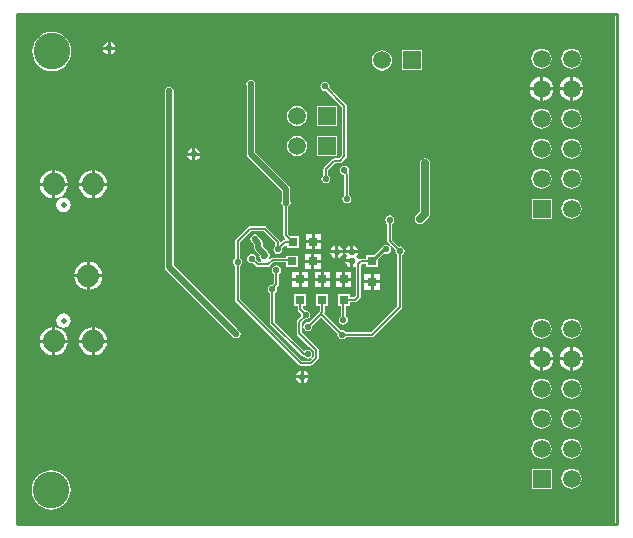
<source format=gbl>
G04*
G04 #@! TF.GenerationSoftware,Altium Limited,Altium Designer,20.2.5 (213)*
G04*
G04 Layer_Physical_Order=2*
G04 Layer_Color=16711680*
%FSLAX42Y42*%
%MOMM*%
G71*
G04*
G04 #@! TF.SameCoordinates,99264967-5F5F-486C-9E42-840607406226*
G04*
G04*
G04 #@! TF.FilePolarity,Positive*
G04*
G01*
G75*
%ADD11C,0.25*%
%ADD18R,0.80X0.80*%
%ADD24R,0.80X0.80*%
%ADD46C,0.51*%
%ADD47C,0.64*%
%ADD48C,0.20*%
%ADD49C,1.50*%
%ADD50R,1.50X1.50*%
%ADD51C,3.10*%
%ADD52C,1.88*%
%ADD53C,0.50*%
%ADD54C,0.56*%
G36*
X8369Y3317D02*
X8362Y3310D01*
X3319D01*
X3310Y3319D01*
X3315Y7603D01*
X3320Y7605D01*
X8369D01*
Y3317D01*
D02*
G37*
%LPC*%
G36*
X4100Y7380D02*
Y7341D01*
X4139D01*
X4137Y7349D01*
X4125Y7366D01*
X4108Y7378D01*
X4100Y7380D01*
D02*
G37*
G36*
X4074D02*
X4066Y7378D01*
X4048Y7366D01*
X4037Y7349D01*
X4035Y7341D01*
X4074D01*
Y7380D01*
D02*
G37*
G36*
X4139Y7315D02*
X4100D01*
Y7276D01*
X4108Y7278D01*
X4125Y7289D01*
X4137Y7307D01*
X4139Y7315D01*
D02*
G37*
G36*
X4074D02*
X4035D01*
X4037Y7307D01*
X4048Y7289D01*
X4066Y7278D01*
X4074Y7276D01*
Y7315D01*
D02*
G37*
G36*
X8001Y7325D02*
X7979Y7322D01*
X7958Y7313D01*
X7940Y7300D01*
X7927Y7282D01*
X7918Y7261D01*
X7915Y7239D01*
X7918Y7217D01*
X7927Y7196D01*
X7940Y7178D01*
X7958Y7165D01*
X7979Y7156D01*
X8001Y7153D01*
X8023Y7156D01*
X8044Y7165D01*
X8062Y7178D01*
X8075Y7196D01*
X8084Y7217D01*
X8087Y7239D01*
X8084Y7261D01*
X8075Y7282D01*
X8062Y7300D01*
X8044Y7313D01*
X8023Y7322D01*
X8001Y7325D01*
D02*
G37*
G36*
X7747D02*
X7725Y7322D01*
X7704Y7313D01*
X7686Y7300D01*
X7673Y7282D01*
X7664Y7261D01*
X7661Y7239D01*
X7664Y7217D01*
X7673Y7196D01*
X7686Y7178D01*
X7704Y7165D01*
X7725Y7156D01*
X7747Y7153D01*
X7769Y7156D01*
X7790Y7165D01*
X7808Y7178D01*
X7821Y7196D01*
X7830Y7217D01*
X7833Y7239D01*
X7830Y7261D01*
X7821Y7282D01*
X7808Y7300D01*
X7790Y7313D01*
X7769Y7322D01*
X7747Y7325D01*
D02*
G37*
G36*
X6735Y7310D02*
X6565D01*
Y7140D01*
X6735D01*
Y7310D01*
D02*
G37*
G36*
X6396Y7311D02*
X6374Y7308D01*
X6353Y7299D01*
X6335Y7286D01*
X6322Y7268D01*
X6313Y7247D01*
X6310Y7225D01*
X6313Y7203D01*
X6322Y7182D01*
X6335Y7164D01*
X6353Y7151D01*
X6374Y7142D01*
X6396Y7139D01*
X6418Y7142D01*
X6439Y7151D01*
X6457Y7164D01*
X6470Y7182D01*
X6479Y7203D01*
X6482Y7225D01*
X6479Y7247D01*
X6470Y7268D01*
X6457Y7286D01*
X6439Y7299D01*
X6418Y7308D01*
X6396Y7311D01*
D02*
G37*
G36*
X3600Y7466D02*
X3568Y7463D01*
X3536Y7453D01*
X3508Y7438D01*
X3483Y7417D01*
X3462Y7392D01*
X3447Y7364D01*
X3437Y7332D01*
X3434Y7300D01*
X3437Y7268D01*
X3447Y7236D01*
X3462Y7208D01*
X3483Y7183D01*
X3508Y7162D01*
X3536Y7147D01*
X3568Y7137D01*
X3600Y7134D01*
X3632Y7137D01*
X3664Y7147D01*
X3692Y7162D01*
X3717Y7183D01*
X3738Y7208D01*
X3753Y7236D01*
X3763Y7268D01*
X3766Y7300D01*
X3763Y7332D01*
X3753Y7364D01*
X3738Y7392D01*
X3717Y7417D01*
X3692Y7438D01*
X3664Y7453D01*
X3632Y7463D01*
X3600Y7466D01*
D02*
G37*
G36*
X8014Y7085D02*
Y6998D01*
X8101D01*
X8099Y7011D01*
X8089Y7036D01*
X8073Y7057D01*
X8052Y7073D01*
X8027Y7083D01*
X8014Y7085D01*
D02*
G37*
G36*
X7760D02*
Y6998D01*
X7847D01*
X7845Y7011D01*
X7835Y7036D01*
X7819Y7057D01*
X7798Y7073D01*
X7773Y7083D01*
X7760Y7085D01*
D02*
G37*
G36*
X7734D02*
X7721Y7083D01*
X7696Y7073D01*
X7675Y7057D01*
X7659Y7036D01*
X7649Y7011D01*
X7647Y6998D01*
X7734D01*
Y7085D01*
D02*
G37*
G36*
X7988D02*
X7975Y7083D01*
X7950Y7073D01*
X7929Y7057D01*
X7913Y7036D01*
X7903Y7011D01*
X7901Y6998D01*
X7988D01*
Y7085D01*
D02*
G37*
G36*
X8101Y6972D02*
X8014D01*
Y6885D01*
X8027Y6887D01*
X8052Y6897D01*
X8073Y6913D01*
X8089Y6934D01*
X8099Y6959D01*
X8101Y6972D01*
D02*
G37*
G36*
X7847D02*
X7760D01*
Y6885D01*
X7773Y6887D01*
X7798Y6897D01*
X7819Y6913D01*
X7835Y6934D01*
X7845Y6959D01*
X7847Y6972D01*
D02*
G37*
G36*
X7734D02*
X7647D01*
X7649Y6959D01*
X7659Y6934D01*
X7675Y6913D01*
X7696Y6897D01*
X7721Y6887D01*
X7734Y6885D01*
Y6972D01*
D02*
G37*
G36*
X7988D02*
X7901D01*
X7903Y6959D01*
X7913Y6934D01*
X7929Y6913D01*
X7950Y6897D01*
X7975Y6887D01*
X7988Y6885D01*
Y6972D01*
D02*
G37*
G36*
X6017Y6841D02*
X5847D01*
Y6671D01*
X6017D01*
Y6841D01*
D02*
G37*
G36*
X5678Y6842D02*
X5655Y6839D01*
X5635Y6831D01*
X5617Y6817D01*
X5603Y6799D01*
X5595Y6779D01*
X5592Y6756D01*
X5595Y6734D01*
X5603Y6713D01*
X5617Y6696D01*
X5635Y6682D01*
X5655Y6673D01*
X5678Y6670D01*
X5700Y6673D01*
X5721Y6682D01*
X5738Y6696D01*
X5752Y6713D01*
X5761Y6734D01*
X5764Y6756D01*
X5761Y6779D01*
X5752Y6799D01*
X5738Y6817D01*
X5721Y6831D01*
X5700Y6839D01*
X5678Y6842D01*
D02*
G37*
G36*
X8001Y6817D02*
X7979Y6814D01*
X7958Y6805D01*
X7940Y6792D01*
X7927Y6774D01*
X7918Y6753D01*
X7915Y6731D01*
X7918Y6709D01*
X7927Y6688D01*
X7940Y6670D01*
X7958Y6657D01*
X7979Y6648D01*
X8001Y6645D01*
X8023Y6648D01*
X8044Y6657D01*
X8062Y6670D01*
X8075Y6688D01*
X8084Y6709D01*
X8087Y6731D01*
X8084Y6753D01*
X8075Y6774D01*
X8062Y6792D01*
X8044Y6805D01*
X8023Y6814D01*
X8001Y6817D01*
D02*
G37*
G36*
X7747D02*
X7725Y6814D01*
X7704Y6805D01*
X7686Y6792D01*
X7673Y6774D01*
X7664Y6753D01*
X7661Y6731D01*
X7664Y6709D01*
X7673Y6688D01*
X7686Y6670D01*
X7704Y6657D01*
X7725Y6648D01*
X7747Y6645D01*
X7769Y6648D01*
X7790Y6657D01*
X7808Y6670D01*
X7821Y6688D01*
X7830Y6709D01*
X7833Y6731D01*
X7830Y6753D01*
X7821Y6774D01*
X7808Y6792D01*
X7790Y6805D01*
X7769Y6814D01*
X7747Y6817D01*
D02*
G37*
G36*
X4813Y6483D02*
Y6444D01*
X4852D01*
X4851Y6452D01*
X4839Y6470D01*
X4821Y6482D01*
X4813Y6483D01*
D02*
G37*
G36*
X4788D02*
X4780Y6482D01*
X4762Y6470D01*
X4750Y6452D01*
X4749Y6444D01*
X4788D01*
Y6483D01*
D02*
G37*
G36*
X6017Y6587D02*
X5847D01*
Y6417D01*
X6017D01*
Y6587D01*
D02*
G37*
G36*
X5678Y6588D02*
X5655Y6585D01*
X5635Y6577D01*
X5617Y6563D01*
X5603Y6545D01*
X5595Y6525D01*
X5592Y6502D01*
X5595Y6480D01*
X5603Y6459D01*
X5617Y6442D01*
X5635Y6428D01*
X5655Y6419D01*
X5678Y6416D01*
X5700Y6419D01*
X5721Y6428D01*
X5738Y6442D01*
X5752Y6459D01*
X5761Y6480D01*
X5764Y6502D01*
X5761Y6525D01*
X5752Y6545D01*
X5738Y6563D01*
X5721Y6577D01*
X5700Y6585D01*
X5678Y6588D01*
D02*
G37*
G36*
X5913Y7044D02*
X5898Y7041D01*
X5886Y7033D01*
X5877Y7020D01*
X5874Y7005D01*
X5877Y6990D01*
X5886Y6978D01*
X5898Y6969D01*
X5913Y6966D01*
X5921Y6968D01*
X6058Y6832D01*
Y6422D01*
X6029Y6394D01*
X5989D01*
X5989Y6394D01*
X5981Y6392D01*
X5975Y6388D01*
X5975Y6388D01*
X5906Y6319D01*
X5902Y6312D01*
X5900Y6304D01*
X5900Y6304D01*
Y6255D01*
X5893Y6250D01*
X5885Y6238D01*
X5882Y6223D01*
X5885Y6208D01*
X5893Y6196D01*
X5906Y6187D01*
X5921Y6184D01*
X5936Y6187D01*
X5948Y6196D01*
X5957Y6208D01*
X5960Y6223D01*
X5957Y6238D01*
X5948Y6250D01*
X5941Y6255D01*
Y6296D01*
X5998Y6352D01*
X6038D01*
X6038Y6352D01*
X6046Y6354D01*
X6052Y6358D01*
X6093Y6399D01*
X6093Y6399D01*
X6097Y6406D01*
X6099Y6414D01*
Y6840D01*
X6099Y6840D01*
X6097Y6848D01*
X6093Y6855D01*
X6093Y6855D01*
X5950Y6997D01*
X5952Y7005D01*
X5949Y7020D01*
X5941Y7033D01*
X5928Y7041D01*
X5913Y7044D01*
D02*
G37*
G36*
X8001Y6563D02*
X7979Y6560D01*
X7958Y6551D01*
X7940Y6538D01*
X7927Y6520D01*
X7918Y6499D01*
X7915Y6477D01*
X7918Y6455D01*
X7927Y6434D01*
X7940Y6416D01*
X7958Y6403D01*
X7979Y6394D01*
X8001Y6391D01*
X8023Y6394D01*
X8044Y6403D01*
X8062Y6416D01*
X8075Y6434D01*
X8084Y6455D01*
X8087Y6477D01*
X8084Y6499D01*
X8075Y6520D01*
X8062Y6538D01*
X8044Y6551D01*
X8023Y6560D01*
X8001Y6563D01*
D02*
G37*
G36*
X7747D02*
X7725Y6560D01*
X7704Y6551D01*
X7686Y6538D01*
X7673Y6520D01*
X7664Y6499D01*
X7661Y6477D01*
X7664Y6455D01*
X7673Y6434D01*
X7686Y6416D01*
X7704Y6403D01*
X7725Y6394D01*
X7747Y6391D01*
X7769Y6394D01*
X7790Y6403D01*
X7808Y6416D01*
X7821Y6434D01*
X7830Y6455D01*
X7833Y6477D01*
X7830Y6499D01*
X7821Y6520D01*
X7808Y6538D01*
X7790Y6551D01*
X7769Y6560D01*
X7747Y6563D01*
D02*
G37*
G36*
X4852Y6419D02*
X4813D01*
Y6379D01*
X4821Y6381D01*
X4839Y6393D01*
X4851Y6410D01*
X4852Y6419D01*
D02*
G37*
G36*
X4788D02*
X4749D01*
X4750Y6410D01*
X4762Y6393D01*
X4780Y6381D01*
X4788Y6379D01*
Y6419D01*
D02*
G37*
G36*
X3963Y6295D02*
Y6189D01*
X4069D01*
X4067Y6207D01*
X4055Y6236D01*
X4035Y6261D01*
X4011Y6280D01*
X3982Y6292D01*
X3963Y6295D01*
D02*
G37*
G36*
X3628D02*
Y6189D01*
X3734D01*
X3732Y6207D01*
X3720Y6236D01*
X3700Y6261D01*
X3676Y6280D01*
X3647Y6292D01*
X3628Y6295D01*
D02*
G37*
G36*
X3938D02*
X3919Y6292D01*
X3890Y6280D01*
X3866Y6261D01*
X3846Y6236D01*
X3834Y6207D01*
X3832Y6189D01*
X3938D01*
Y6295D01*
D02*
G37*
G36*
X3603D02*
X3584Y6292D01*
X3555Y6280D01*
X3531Y6261D01*
X3511Y6236D01*
X3499Y6207D01*
X3497Y6189D01*
X3603D01*
Y6295D01*
D02*
G37*
G36*
X8001Y6309D02*
X7979Y6306D01*
X7958Y6297D01*
X7940Y6284D01*
X7927Y6266D01*
X7918Y6245D01*
X7915Y6223D01*
X7918Y6201D01*
X7927Y6180D01*
X7940Y6162D01*
X7958Y6149D01*
X7979Y6140D01*
X8001Y6137D01*
X8023Y6140D01*
X8044Y6149D01*
X8062Y6162D01*
X8075Y6180D01*
X8084Y6201D01*
X8087Y6223D01*
X8084Y6245D01*
X8075Y6266D01*
X8062Y6284D01*
X8044Y6297D01*
X8023Y6306D01*
X8001Y6309D01*
D02*
G37*
G36*
X7747D02*
X7725Y6306D01*
X7704Y6297D01*
X7686Y6284D01*
X7673Y6266D01*
X7664Y6245D01*
X7661Y6223D01*
X7664Y6201D01*
X7673Y6180D01*
X7686Y6162D01*
X7704Y6149D01*
X7725Y6140D01*
X7747Y6137D01*
X7769Y6140D01*
X7790Y6149D01*
X7808Y6162D01*
X7821Y6180D01*
X7830Y6201D01*
X7833Y6223D01*
X7830Y6245D01*
X7821Y6266D01*
X7808Y6284D01*
X7790Y6297D01*
X7769Y6306D01*
X7747Y6309D01*
D02*
G37*
G36*
X4069Y6163D02*
X3963D01*
Y6057D01*
X3982Y6060D01*
X4011Y6072D01*
X4035Y6091D01*
X4055Y6116D01*
X4067Y6145D01*
X4069Y6163D01*
D02*
G37*
G36*
X3734D02*
X3628D01*
Y6057D01*
X3647Y6060D01*
X3676Y6072D01*
X3700Y6091D01*
X3720Y6116D01*
X3732Y6145D01*
X3734Y6163D01*
D02*
G37*
G36*
X3603D02*
X3497D01*
X3499Y6145D01*
X3511Y6116D01*
X3531Y6091D01*
X3555Y6072D01*
X3584Y6060D01*
X3603Y6057D01*
Y6163D01*
D02*
G37*
G36*
X3938D02*
X3832D01*
X3834Y6145D01*
X3846Y6116D01*
X3866Y6091D01*
X3890Y6072D01*
X3919Y6060D01*
X3938Y6057D01*
Y6163D01*
D02*
G37*
G36*
X6078Y6333D02*
X6063Y6330D01*
X6051Y6322D01*
X6042Y6309D01*
X6039Y6294D01*
X6042Y6279D01*
X6051Y6267D01*
X6063Y6258D01*
X6075Y6256D01*
X6078Y6253D01*
Y6085D01*
X6071Y6080D01*
X6063Y6068D01*
X6060Y6053D01*
X6063Y6038D01*
X6071Y6025D01*
X6084Y6017D01*
X6099Y6014D01*
X6113Y6017D01*
X6126Y6025D01*
X6134Y6038D01*
X6137Y6053D01*
X6134Y6068D01*
X6126Y6080D01*
X6119Y6085D01*
Y6261D01*
X6119Y6261D01*
X6118Y6269D01*
X6113Y6276D01*
X6112Y6277D01*
X6114Y6279D01*
X6117Y6294D01*
X6114Y6309D01*
X6106Y6322D01*
X6093Y6330D01*
X6078Y6333D01*
D02*
G37*
G36*
X3701Y6062D02*
X3677Y6058D01*
X3657Y6044D01*
X3644Y6024D01*
X3639Y6001D01*
X3644Y5978D01*
X3657Y5958D01*
X3677Y5944D01*
X3701Y5940D01*
X3724Y5944D01*
X3744Y5958D01*
X3757Y5978D01*
X3762Y6001D01*
X3757Y6024D01*
X3744Y6044D01*
X3724Y6058D01*
X3701Y6062D01*
D02*
G37*
G36*
X7832Y6054D02*
X7662D01*
Y5884D01*
X7832D01*
Y6054D01*
D02*
G37*
G36*
X8001Y6055D02*
X7979Y6052D01*
X7958Y6043D01*
X7940Y6030D01*
X7927Y6012D01*
X7918Y5991D01*
X7915Y5969D01*
X7918Y5947D01*
X7927Y5926D01*
X7940Y5908D01*
X7958Y5895D01*
X7979Y5886D01*
X8001Y5883D01*
X8023Y5886D01*
X8044Y5895D01*
X8062Y5908D01*
X8075Y5926D01*
X8084Y5947D01*
X8087Y5969D01*
X8084Y5991D01*
X8075Y6012D01*
X8062Y6030D01*
X8044Y6043D01*
X8023Y6052D01*
X8001Y6055D01*
D02*
G37*
G36*
X6761Y6395D02*
X6745Y6392D01*
X6731Y6383D01*
X6722Y6369D01*
X6719Y6353D01*
Y5946D01*
X6686Y5913D01*
X6676Y5899D01*
X6673Y5883D01*
Y5879D01*
X6676Y5862D01*
X6686Y5849D01*
X6699Y5839D01*
X6716Y5836D01*
X6732Y5839D01*
X6746Y5849D01*
X6754Y5860D01*
X6792Y5898D01*
X6792Y5898D01*
X6801Y5912D01*
X6804Y5928D01*
Y6353D01*
X6801Y6369D01*
X6792Y6383D01*
X6778Y6392D01*
X6761Y6395D01*
D02*
G37*
G36*
X5881Y5755D02*
X5828D01*
Y5702D01*
X5881D01*
Y5755D01*
D02*
G37*
G36*
X5802D02*
X5750D01*
Y5702D01*
X5802D01*
Y5755D01*
D02*
G37*
G36*
X5286Y7062D02*
X5271Y7059D01*
X5258Y7051D01*
X5250Y7038D01*
X5247Y7023D01*
X5249Y7010D01*
Y6431D01*
X5249Y6431D01*
X5252Y6417D01*
X5260Y6406D01*
X5547Y6119D01*
Y6033D01*
X5544Y6020D01*
X5547Y6005D01*
X5555Y5992D01*
X5562Y5988D01*
Y5747D01*
X5562Y5747D01*
X5564Y5739D01*
X5568Y5732D01*
X5578Y5723D01*
X5578Y5722D01*
X5573Y5709D01*
X5571Y5709D01*
X5564Y5704D01*
X5564Y5704D01*
X5545Y5686D01*
X5542Y5687D01*
X5534Y5692D01*
X5533Y5698D01*
X5528Y5705D01*
X5417Y5816D01*
X5411Y5821D01*
X5403Y5822D01*
X5403Y5822D01*
X5281D01*
X5281Y5822D01*
X5273Y5821D01*
X5266Y5816D01*
X5266Y5816D01*
X5159Y5709D01*
X5155Y5703D01*
X5153Y5695D01*
X5153Y5695D01*
Y5551D01*
X5147Y5547D01*
X5138Y5534D01*
X5135Y5519D01*
X5138Y5505D01*
X5147Y5492D01*
X5153Y5487D01*
Y5194D01*
X5153Y5194D01*
X5155Y5186D01*
X5159Y5180D01*
X5693Y4646D01*
X5693Y4646D01*
X5699Y4642D01*
X5707Y4640D01*
X5791D01*
X5791Y4640D01*
X5799Y4642D01*
X5806Y4646D01*
X5854Y4695D01*
X5854Y4695D01*
X5859Y4701D01*
X5860Y4709D01*
X5860Y4709D01*
Y4770D01*
X5859Y4778D01*
X5854Y4785D01*
X5854Y4785D01*
X5811Y4828D01*
X5811Y4828D01*
X5715Y4923D01*
Y5000D01*
X5747Y5032D01*
X5749Y5032D01*
X5764Y5035D01*
X5776Y5043D01*
X5785Y5056D01*
X5788Y5071D01*
X5785Y5086D01*
X5776Y5098D01*
X5764Y5107D01*
X5749Y5110D01*
X5741Y5108D01*
X5723Y5126D01*
Y5146D01*
X5752D01*
Y5246D01*
X5652D01*
Y5146D01*
X5682D01*
Y5118D01*
X5682Y5118D01*
X5683Y5110D01*
X5688Y5103D01*
X5712Y5079D01*
X5710Y5071D01*
X5713Y5057D01*
X5680Y5024D01*
X5676Y5017D01*
X5674Y5009D01*
X5674Y5009D01*
Y4915D01*
X5674Y4915D01*
X5676Y4907D01*
X5680Y4900D01*
X5782Y4799D01*
X5782Y4799D01*
X5819Y4762D01*
Y4718D01*
X5804Y4703D01*
X5794Y4711D01*
X5802Y4722D01*
X5805Y4737D01*
X5802Y4752D01*
X5793Y4765D01*
X5781Y4773D01*
X5766Y4776D01*
X5751Y4773D01*
X5738Y4765D01*
X5735Y4764D01*
X5489Y5011D01*
Y5256D01*
X5495Y5261D01*
X5504Y5273D01*
X5507Y5288D01*
X5504Y5303D01*
X5503Y5304D01*
X5516Y5317D01*
X5516Y5317D01*
X5521Y5324D01*
X5522Y5332D01*
Y5419D01*
X5529Y5423D01*
X5538Y5436D01*
X5540Y5451D01*
X5538Y5466D01*
X5529Y5478D01*
X5517Y5487D01*
X5502Y5490D01*
X5487Y5487D01*
X5474Y5478D01*
X5466Y5466D01*
X5463Y5451D01*
X5466Y5436D01*
X5474Y5423D01*
X5481Y5419D01*
Y5340D01*
X5468Y5327D01*
X5453Y5324D01*
X5440Y5316D01*
X5432Y5303D01*
X5429Y5288D01*
X5432Y5273D01*
X5440Y5261D01*
X5447Y5256D01*
Y5002D01*
X5447Y5002D01*
X5449Y4994D01*
X5453Y4987D01*
X5718Y4722D01*
X5718Y4722D01*
X5725Y4718D01*
X5733Y4716D01*
X5733Y4716D01*
X5734D01*
X5738Y4710D01*
X5751Y4701D01*
X5766Y4698D01*
X5781Y4701D01*
X5791Y4708D01*
X5800Y4699D01*
X5783Y4682D01*
X5716D01*
X5195Y5203D01*
Y5487D01*
X5201Y5492D01*
X5210Y5505D01*
X5213Y5519D01*
X5210Y5534D01*
X5201Y5547D01*
X5195Y5551D01*
Y5686D01*
X5289Y5781D01*
X5394D01*
X5493Y5682D01*
Y5656D01*
X5486Y5652D01*
X5478Y5639D01*
X5475Y5624D01*
X5478Y5610D01*
X5486Y5597D01*
X5499Y5589D01*
X5513Y5586D01*
X5528Y5589D01*
X5541Y5597D01*
X5549Y5610D01*
X5552Y5624D01*
X5551Y5632D01*
X5577Y5659D01*
X5590Y5654D01*
Y5639D01*
X5690D01*
Y5740D01*
X5619D01*
X5604Y5755D01*
Y5988D01*
X5610Y5992D01*
X5619Y6005D01*
X5622Y6020D01*
X5619Y6033D01*
Y6134D01*
X5619Y6134D01*
X5616Y6148D01*
X5609Y6160D01*
X5609Y6160D01*
X5322Y6446D01*
Y7010D01*
X5325Y7023D01*
X5322Y7038D01*
X5313Y7051D01*
X5301Y7059D01*
X5286Y7062D01*
D02*
G37*
G36*
X6462Y5914D02*
X6447Y5911D01*
X6434Y5902D01*
X6426Y5890D01*
X6423Y5875D01*
X6426Y5860D01*
X6434Y5848D01*
X6441Y5843D01*
Y5697D01*
X6441Y5697D01*
X6443Y5689D01*
X6447Y5683D01*
X6468Y5662D01*
X6459Y5652D01*
X6449Y5659D01*
X6434Y5662D01*
X6419Y5659D01*
X6406Y5651D01*
X6399Y5640D01*
X6396Y5639D01*
X6389Y5634D01*
X6329Y5575D01*
X6262D01*
Y5545D01*
X6218D01*
X6210Y5544D01*
X6203Y5539D01*
X6201Y5539D01*
X6191Y5542D01*
X6189Y5548D01*
X6178Y5565D01*
X6189Y5582D01*
X6191Y5591D01*
X6087D01*
X6089Y5582D01*
X6100Y5565D01*
X6089Y5548D01*
X6087Y5540D01*
X6139D01*
Y5527D01*
X6152D01*
Y5475D01*
X6160Y5477D01*
X6163Y5479D01*
X6174Y5473D01*
Y5233D01*
X6161Y5220D01*
X6121D01*
Y5246D01*
X6020D01*
Y5146D01*
X6047D01*
Y5057D01*
X6040Y5052D01*
X6032Y5040D01*
X6029Y5025D01*
X6032Y5010D01*
X6040Y4997D01*
X6053Y4989D01*
X6068Y4986D01*
X6083Y4989D01*
X6095Y4997D01*
X6104Y5010D01*
X6107Y5025D01*
X6104Y5040D01*
X6095Y5052D01*
X6088Y5057D01*
Y5146D01*
X6121D01*
Y5179D01*
X6170D01*
X6170Y5179D01*
X6178Y5180D01*
X6184Y5185D01*
X6210Y5210D01*
X6210Y5210D01*
X6214Y5217D01*
X6216Y5225D01*
Y5493D01*
X6227Y5504D01*
X6262D01*
Y5474D01*
X6362D01*
Y5542D01*
X6412Y5592D01*
X6419Y5588D01*
X6434Y5585D01*
X6449Y5588D01*
X6461Y5596D01*
X6470Y5609D01*
X6473Y5624D01*
X6470Y5638D01*
X6462Y5649D01*
X6472Y5657D01*
X6511Y5619D01*
X6509Y5611D01*
X6512Y5596D01*
X6521Y5583D01*
X6527Y5579D01*
Y5147D01*
X6303Y4923D01*
X6090D01*
X6085Y4930D01*
X6073Y4938D01*
X6058Y4941D01*
X6050Y4939D01*
X5907Y5082D01*
X5909Y5085D01*
X5911Y5093D01*
X5911Y5093D01*
Y5146D01*
X5940D01*
Y5246D01*
X5840D01*
Y5146D01*
X5869D01*
Y5101D01*
X5855Y5087D01*
X5855Y5087D01*
X5776Y5008D01*
X5768Y5010D01*
X5753Y5007D01*
X5741Y4998D01*
X5732Y4986D01*
X5729Y4971D01*
X5732Y4956D01*
X5741Y4943D01*
X5753Y4935D01*
X5768Y4932D01*
X5783Y4935D01*
X5796Y4943D01*
X5804Y4956D01*
X5807Y4971D01*
X5806Y4979D01*
X5870Y5043D01*
X5888D01*
X6021Y4910D01*
X6019Y4902D01*
X6022Y4887D01*
X6030Y4875D01*
X6043Y4866D01*
X6058Y4863D01*
X6073Y4866D01*
X6085Y4875D01*
X6090Y4881D01*
X6312D01*
X6312Y4881D01*
X6320Y4883D01*
X6327Y4888D01*
X6563Y5124D01*
X6563Y5124D01*
X6567Y5130D01*
X6569Y5138D01*
X6569Y5138D01*
Y5579D01*
X6576Y5583D01*
X6584Y5596D01*
X6587Y5611D01*
X6584Y5626D01*
X6576Y5638D01*
X6563Y5647D01*
X6548Y5650D01*
X6540Y5648D01*
X6482Y5706D01*
Y5843D01*
X6489Y5848D01*
X6498Y5860D01*
X6501Y5875D01*
X6498Y5890D01*
X6489Y5902D01*
X6477Y5911D01*
X6462Y5914D01*
D02*
G37*
G36*
X5881Y5677D02*
X5828D01*
Y5624D01*
X5881D01*
Y5677D01*
D02*
G37*
G36*
X5802D02*
X5750D01*
Y5624D01*
X5802D01*
Y5677D01*
D02*
G37*
G36*
X6152Y5655D02*
Y5616D01*
X6191D01*
X6189Y5624D01*
X6178Y5642D01*
X6160Y5653D01*
X6152Y5655D01*
D02*
G37*
G36*
X6126D02*
X6118Y5653D01*
X6101Y5642D01*
X6089Y5624D01*
X6087Y5616D01*
X6126D01*
Y5655D01*
D02*
G37*
G36*
X6025D02*
Y5616D01*
X6064D01*
X6062Y5624D01*
X6051Y5642D01*
X6033Y5653D01*
X6025Y5655D01*
D02*
G37*
G36*
X5999D02*
X5991Y5653D01*
X5974Y5642D01*
X5962Y5624D01*
X5960Y5616D01*
X5999D01*
Y5655D01*
D02*
G37*
G36*
X6064Y5591D02*
X6025D01*
Y5551D01*
X6033Y5553D01*
X6051Y5565D01*
X6062Y5582D01*
X6064Y5591D01*
D02*
G37*
G36*
X5999D02*
X5960D01*
X5962Y5582D01*
X5974Y5565D01*
X5991Y5553D01*
X5999Y5551D01*
Y5591D01*
D02*
G37*
G36*
X5877Y5587D02*
X5824D01*
Y5535D01*
X5877D01*
Y5587D01*
D02*
G37*
G36*
X5799D02*
X5746D01*
Y5535D01*
X5799D01*
Y5587D01*
D02*
G37*
G36*
X5321Y5751D02*
X5306Y5748D01*
X5294Y5740D01*
X5285Y5727D01*
X5282Y5712D01*
X5285Y5698D01*
X5294Y5685D01*
X5294Y5685D01*
X5296Y5683D01*
X5314Y5665D01*
Y5638D01*
X5314Y5638D01*
X5317Y5624D01*
X5324Y5612D01*
X5360Y5576D01*
X5358Y5565D01*
X5361Y5550D01*
X5370Y5538D01*
X5371Y5537D01*
X5374Y5519D01*
X5373Y5517D01*
X5353D01*
X5331Y5539D01*
X5332Y5547D01*
X5329Y5562D01*
X5321Y5575D01*
X5308Y5583D01*
X5293Y5586D01*
X5278Y5583D01*
X5266Y5575D01*
X5257Y5562D01*
X5255Y5547D01*
X5257Y5532D01*
X5266Y5520D01*
X5278Y5511D01*
X5293Y5509D01*
X5301Y5510D01*
X5330Y5482D01*
X5330Y5482D01*
X5336Y5477D01*
X5344Y5476D01*
X5344Y5476D01*
X5431D01*
X5431Y5476D01*
X5438Y5477D01*
X5445Y5482D01*
X5477Y5514D01*
X5586D01*
Y5472D01*
X5686D01*
Y5572D01*
X5586D01*
Y5555D01*
X5469D01*
X5469Y5555D01*
X5461Y5554D01*
X5454Y5549D01*
X5452Y5547D01*
X5441Y5555D01*
X5444Y5566D01*
X5444Y5566D01*
Y5581D01*
X5444Y5581D01*
X5441Y5595D01*
X5433Y5606D01*
X5386Y5653D01*
Y5680D01*
X5386Y5680D01*
X5384Y5693D01*
X5376Y5705D01*
X5376Y5705D01*
X5358Y5723D01*
X5357Y5727D01*
X5349Y5740D01*
X5336Y5748D01*
X5321Y5751D01*
D02*
G37*
G36*
X6126Y5514D02*
X6087D01*
X6089Y5506D01*
X6101Y5489D01*
X6118Y5477D01*
X6126Y5475D01*
Y5514D01*
D02*
G37*
G36*
X5877Y5509D02*
X5824D01*
Y5456D01*
X5877D01*
Y5509D01*
D02*
G37*
G36*
X5799D02*
X5746D01*
Y5456D01*
X5799D01*
Y5509D01*
D02*
G37*
G36*
X3923Y5520D02*
Y5414D01*
X4029D01*
X4027Y5432D01*
X4015Y5461D01*
X3995Y5486D01*
X3971Y5505D01*
X3942Y5517D01*
X3923Y5520D01*
D02*
G37*
G36*
X3898D02*
X3879Y5517D01*
X3850Y5505D01*
X3826Y5486D01*
X3806Y5461D01*
X3794Y5432D01*
X3792Y5414D01*
X3898D01*
Y5520D01*
D02*
G37*
G36*
X6136Y5436D02*
X6083D01*
Y5383D01*
X6136D01*
Y5436D01*
D02*
G37*
G36*
X5956D02*
X5903D01*
Y5383D01*
X5956D01*
Y5436D01*
D02*
G37*
G36*
X5768D02*
X5715D01*
Y5383D01*
X5768D01*
Y5436D01*
D02*
G37*
G36*
X6058D02*
X6005D01*
Y5383D01*
X6058D01*
Y5436D01*
D02*
G37*
G36*
X5877D02*
X5825D01*
Y5383D01*
X5877D01*
Y5436D01*
D02*
G37*
G36*
X5690D02*
X5637D01*
Y5383D01*
X5690D01*
Y5436D01*
D02*
G37*
G36*
X6377Y5415D02*
X6325D01*
Y5362D01*
X6377D01*
Y5415D01*
D02*
G37*
G36*
X6299D02*
X6247D01*
Y5362D01*
X6299D01*
Y5415D01*
D02*
G37*
G36*
X6136Y5358D02*
X6083D01*
Y5305D01*
X6136D01*
Y5358D01*
D02*
G37*
G36*
X6058D02*
X6005D01*
Y5305D01*
X6058D01*
Y5358D01*
D02*
G37*
G36*
X5956D02*
X5903D01*
Y5305D01*
X5956D01*
Y5358D01*
D02*
G37*
G36*
X5877D02*
X5825D01*
Y5305D01*
X5877D01*
Y5358D01*
D02*
G37*
G36*
X5768D02*
X5715D01*
Y5305D01*
X5768D01*
Y5358D01*
D02*
G37*
G36*
X5690D02*
X5637D01*
Y5305D01*
X5690D01*
Y5358D01*
D02*
G37*
G36*
X6377Y5337D02*
X6325D01*
Y5284D01*
X6377D01*
Y5337D01*
D02*
G37*
G36*
X6299D02*
X6247D01*
Y5284D01*
X6299D01*
Y5337D01*
D02*
G37*
G36*
X3898Y5388D02*
X3792D01*
X3794Y5370D01*
X3806Y5341D01*
X3826Y5316D01*
X3850Y5297D01*
X3879Y5285D01*
X3898Y5282D01*
Y5388D01*
D02*
G37*
G36*
X4029D02*
X3923D01*
Y5282D01*
X3942Y5285D01*
X3971Y5297D01*
X3995Y5316D01*
X4015Y5341D01*
X4027Y5370D01*
X4029Y5388D01*
D02*
G37*
G36*
X3701Y5082D02*
X3677Y5078D01*
X3657Y5064D01*
X3644Y5044D01*
X3639Y5021D01*
X3644Y4998D01*
X3657Y4978D01*
X3677Y4964D01*
X3701Y4960D01*
X3724Y4964D01*
X3744Y4978D01*
X3757Y4998D01*
X3762Y5021D01*
X3757Y5044D01*
X3744Y5064D01*
X3724Y5078D01*
X3701Y5082D01*
D02*
G37*
G36*
X4595Y7001D02*
X4580Y6998D01*
X4567Y6990D01*
X4559Y6977D01*
X4556Y6962D01*
X4559Y6949D01*
Y5476D01*
X4559Y5476D01*
X4561Y5462D01*
X4569Y5451D01*
X5126Y4893D01*
X5134Y4882D01*
X5146Y4874D01*
X5161Y4871D01*
X5176Y4874D01*
X5189Y4882D01*
X5197Y4895D01*
X5200Y4910D01*
X5197Y4925D01*
X5189Y4937D01*
X5178Y4945D01*
X4631Y5491D01*
Y6949D01*
X4634Y6962D01*
X4631Y6977D01*
X4622Y6990D01*
X4610Y6998D01*
X4595Y7001D01*
D02*
G37*
G36*
X8001Y5039D02*
X7979Y5036D01*
X7958Y5027D01*
X7940Y5014D01*
X7927Y4996D01*
X7918Y4975D01*
X7915Y4953D01*
X7918Y4931D01*
X7927Y4910D01*
X7940Y4892D01*
X7958Y4879D01*
X7979Y4870D01*
X8001Y4867D01*
X8023Y4870D01*
X8044Y4879D01*
X8062Y4892D01*
X8075Y4910D01*
X8084Y4931D01*
X8087Y4953D01*
X8084Y4975D01*
X8075Y4996D01*
X8062Y5014D01*
X8044Y5027D01*
X8023Y5036D01*
X8001Y5039D01*
D02*
G37*
G36*
X7747D02*
X7725Y5036D01*
X7704Y5027D01*
X7686Y5014D01*
X7673Y4996D01*
X7664Y4975D01*
X7661Y4953D01*
X7664Y4931D01*
X7673Y4910D01*
X7686Y4892D01*
X7704Y4879D01*
X7725Y4870D01*
X7747Y4867D01*
X7769Y4870D01*
X7790Y4879D01*
X7808Y4892D01*
X7821Y4910D01*
X7830Y4931D01*
X7833Y4953D01*
X7830Y4975D01*
X7821Y4996D01*
X7808Y5014D01*
X7790Y5027D01*
X7769Y5036D01*
X7747Y5039D01*
D02*
G37*
G36*
X3963Y4965D02*
Y4859D01*
X4069D01*
X4067Y4877D01*
X4055Y4906D01*
X4035Y4931D01*
X4011Y4950D01*
X3982Y4962D01*
X3963Y4965D01*
D02*
G37*
G36*
X3628D02*
Y4859D01*
X3734D01*
X3732Y4877D01*
X3720Y4906D01*
X3700Y4931D01*
X3676Y4950D01*
X3647Y4962D01*
X3628Y4965D01*
D02*
G37*
G36*
X3938D02*
X3919Y4962D01*
X3890Y4950D01*
X3866Y4931D01*
X3846Y4906D01*
X3834Y4877D01*
X3832Y4859D01*
X3938D01*
Y4965D01*
D02*
G37*
G36*
X3603D02*
X3584Y4962D01*
X3555Y4950D01*
X3531Y4931D01*
X3511Y4906D01*
X3499Y4877D01*
X3497Y4859D01*
X3603D01*
Y4965D01*
D02*
G37*
G36*
X4069Y4833D02*
X3963D01*
Y4727D01*
X3982Y4730D01*
X4011Y4742D01*
X4035Y4761D01*
X4055Y4786D01*
X4067Y4815D01*
X4069Y4833D01*
D02*
G37*
G36*
X3734D02*
X3628D01*
Y4727D01*
X3647Y4730D01*
X3676Y4742D01*
X3700Y4761D01*
X3720Y4786D01*
X3732Y4815D01*
X3734Y4833D01*
D02*
G37*
G36*
X3603D02*
X3497D01*
X3499Y4815D01*
X3511Y4786D01*
X3531Y4761D01*
X3555Y4742D01*
X3584Y4730D01*
X3603Y4727D01*
Y4833D01*
D02*
G37*
G36*
X3938D02*
X3832D01*
X3834Y4815D01*
X3846Y4786D01*
X3866Y4761D01*
X3890Y4742D01*
X3919Y4730D01*
X3938Y4727D01*
Y4833D01*
D02*
G37*
G36*
X8014Y4799D02*
Y4712D01*
X8101D01*
X8099Y4725D01*
X8089Y4750D01*
X8073Y4771D01*
X8052Y4787D01*
X8027Y4797D01*
X8014Y4799D01*
D02*
G37*
G36*
X7760D02*
Y4712D01*
X7847D01*
X7845Y4725D01*
X7835Y4750D01*
X7819Y4771D01*
X7798Y4787D01*
X7773Y4797D01*
X7760Y4799D01*
D02*
G37*
G36*
X7734D02*
X7721Y4797D01*
X7696Y4787D01*
X7675Y4771D01*
X7659Y4750D01*
X7649Y4725D01*
X7647Y4712D01*
X7734D01*
Y4799D01*
D02*
G37*
G36*
X7988D02*
X7975Y4797D01*
X7950Y4787D01*
X7929Y4771D01*
X7913Y4750D01*
X7903Y4725D01*
X7901Y4712D01*
X7988D01*
Y4799D01*
D02*
G37*
G36*
X8101Y4686D02*
X8014D01*
Y4599D01*
X8027Y4601D01*
X8052Y4611D01*
X8073Y4627D01*
X8089Y4648D01*
X8099Y4673D01*
X8101Y4686D01*
D02*
G37*
G36*
X7847D02*
X7760D01*
Y4599D01*
X7773Y4601D01*
X7798Y4611D01*
X7819Y4627D01*
X7835Y4648D01*
X7845Y4673D01*
X7847Y4686D01*
D02*
G37*
G36*
X7734D02*
X7647D01*
X7649Y4673D01*
X7659Y4648D01*
X7675Y4627D01*
X7696Y4611D01*
X7721Y4601D01*
X7734Y4599D01*
Y4686D01*
D02*
G37*
G36*
X7988D02*
X7901D01*
X7903Y4673D01*
X7913Y4648D01*
X7929Y4627D01*
X7950Y4611D01*
X7975Y4601D01*
X7988Y4599D01*
Y4686D01*
D02*
G37*
G36*
X5733Y4598D02*
Y4559D01*
X5772D01*
X5770Y4567D01*
X5759Y4585D01*
X5741Y4597D01*
X5733Y4598D01*
D02*
G37*
G36*
X5707D02*
X5699Y4597D01*
X5682Y4585D01*
X5670Y4567D01*
X5668Y4559D01*
X5707D01*
Y4598D01*
D02*
G37*
G36*
X5772Y4534D02*
X5733D01*
Y4495D01*
X5741Y4496D01*
X5759Y4508D01*
X5770Y4526D01*
X5772Y4534D01*
D02*
G37*
G36*
X5707D02*
X5668D01*
X5670Y4526D01*
X5682Y4508D01*
X5699Y4496D01*
X5707Y4495D01*
Y4534D01*
D02*
G37*
G36*
X8001Y4531D02*
X7979Y4528D01*
X7958Y4519D01*
X7940Y4506D01*
X7927Y4488D01*
X7918Y4467D01*
X7915Y4445D01*
X7918Y4423D01*
X7927Y4402D01*
X7940Y4384D01*
X7958Y4371D01*
X7979Y4362D01*
X8001Y4359D01*
X8023Y4362D01*
X8044Y4371D01*
X8062Y4384D01*
X8075Y4402D01*
X8084Y4423D01*
X8087Y4445D01*
X8084Y4467D01*
X8075Y4488D01*
X8062Y4506D01*
X8044Y4519D01*
X8023Y4528D01*
X8001Y4531D01*
D02*
G37*
G36*
X7747D02*
X7725Y4528D01*
X7704Y4519D01*
X7686Y4506D01*
X7673Y4488D01*
X7664Y4467D01*
X7661Y4445D01*
X7664Y4423D01*
X7673Y4402D01*
X7686Y4384D01*
X7704Y4371D01*
X7725Y4362D01*
X7747Y4359D01*
X7769Y4362D01*
X7790Y4371D01*
X7808Y4384D01*
X7821Y4402D01*
X7830Y4423D01*
X7833Y4445D01*
X7830Y4467D01*
X7821Y4488D01*
X7808Y4506D01*
X7790Y4519D01*
X7769Y4528D01*
X7747Y4531D01*
D02*
G37*
G36*
X8001Y4277D02*
X7979Y4274D01*
X7958Y4265D01*
X7940Y4252D01*
X7927Y4234D01*
X7918Y4213D01*
X7915Y4191D01*
X7918Y4169D01*
X7927Y4148D01*
X7940Y4130D01*
X7958Y4117D01*
X7979Y4108D01*
X8001Y4105D01*
X8023Y4108D01*
X8044Y4117D01*
X8062Y4130D01*
X8075Y4148D01*
X8084Y4169D01*
X8087Y4191D01*
X8084Y4213D01*
X8075Y4234D01*
X8062Y4252D01*
X8044Y4265D01*
X8023Y4274D01*
X8001Y4277D01*
D02*
G37*
G36*
X7747D02*
X7725Y4274D01*
X7704Y4265D01*
X7686Y4252D01*
X7673Y4234D01*
X7664Y4213D01*
X7661Y4191D01*
X7664Y4169D01*
X7673Y4148D01*
X7686Y4130D01*
X7704Y4117D01*
X7725Y4108D01*
X7747Y4105D01*
X7769Y4108D01*
X7790Y4117D01*
X7808Y4130D01*
X7821Y4148D01*
X7830Y4169D01*
X7833Y4191D01*
X7830Y4213D01*
X7821Y4234D01*
X7808Y4252D01*
X7790Y4265D01*
X7769Y4274D01*
X7747Y4277D01*
D02*
G37*
G36*
X8001Y4023D02*
X7979Y4020D01*
X7958Y4011D01*
X7940Y3998D01*
X7927Y3980D01*
X7918Y3959D01*
X7915Y3937D01*
X7918Y3915D01*
X7927Y3894D01*
X7940Y3876D01*
X7958Y3863D01*
X7979Y3854D01*
X8001Y3851D01*
X8023Y3854D01*
X8044Y3863D01*
X8062Y3876D01*
X8075Y3894D01*
X8084Y3915D01*
X8087Y3937D01*
X8084Y3959D01*
X8075Y3980D01*
X8062Y3998D01*
X8044Y4011D01*
X8023Y4020D01*
X8001Y4023D01*
D02*
G37*
G36*
X7747D02*
X7725Y4020D01*
X7704Y4011D01*
X7686Y3998D01*
X7673Y3980D01*
X7664Y3959D01*
X7661Y3937D01*
X7664Y3915D01*
X7673Y3894D01*
X7686Y3876D01*
X7704Y3863D01*
X7725Y3854D01*
X7747Y3851D01*
X7769Y3854D01*
X7790Y3863D01*
X7808Y3876D01*
X7821Y3894D01*
X7830Y3915D01*
X7833Y3937D01*
X7830Y3959D01*
X7821Y3980D01*
X7808Y3998D01*
X7790Y4011D01*
X7769Y4020D01*
X7747Y4023D01*
D02*
G37*
G36*
X7832Y3768D02*
X7662D01*
Y3598D01*
X7832D01*
Y3768D01*
D02*
G37*
G36*
X8001Y3769D02*
X7979Y3766D01*
X7958Y3757D01*
X7940Y3744D01*
X7927Y3726D01*
X7918Y3705D01*
X7915Y3683D01*
X7918Y3661D01*
X7927Y3640D01*
X7940Y3622D01*
X7958Y3609D01*
X7979Y3600D01*
X8001Y3597D01*
X8023Y3600D01*
X8044Y3609D01*
X8062Y3622D01*
X8075Y3640D01*
X8084Y3661D01*
X8087Y3683D01*
X8084Y3705D01*
X8075Y3726D01*
X8062Y3744D01*
X8044Y3757D01*
X8023Y3766D01*
X8001Y3769D01*
D02*
G37*
G36*
X3595Y3754D02*
X3562Y3751D01*
X3531Y3742D01*
X3503Y3726D01*
X3478Y3706D01*
X3457Y3680D01*
X3442Y3652D01*
X3432Y3621D01*
X3429Y3588D01*
X3432Y3556D01*
X3442Y3525D01*
X3457Y3496D01*
X3478Y3471D01*
X3503Y3450D01*
X3531Y3435D01*
X3562Y3425D01*
X3595Y3422D01*
X3627Y3425D01*
X3658Y3435D01*
X3687Y3450D01*
X3712Y3471D01*
X3733Y3496D01*
X3748Y3525D01*
X3758Y3556D01*
X3761Y3588D01*
X3758Y3621D01*
X3748Y3652D01*
X3733Y3680D01*
X3712Y3706D01*
X3687Y3726D01*
X3658Y3742D01*
X3627Y3751D01*
X3595Y3754D01*
D02*
G37*
%LPD*%
D11*
X6312Y5524D02*
X6405Y5618D01*
X6428D01*
X6434Y5624D01*
X3302Y3302D02*
Y7620D01*
X8382D01*
Y3302D02*
Y7620D01*
X3302Y3302D02*
X8382D01*
D18*
X5640Y5690D02*
D03*
X5815D02*
D03*
X5811Y5522D02*
D03*
X5636D02*
D03*
D24*
X6312Y5524D02*
D03*
Y5349D02*
D03*
X6071Y5196D02*
D03*
Y5371D02*
D03*
X5890Y5196D02*
D03*
Y5371D02*
D03*
X5702Y5196D02*
D03*
Y5371D02*
D03*
D46*
X5583Y6020D02*
Y6134D01*
X5286Y6431D02*
Y7023D01*
Y6431D02*
X5583Y6134D01*
X4595Y5476D02*
X5161Y4910D01*
X4595Y5476D02*
Y6962D01*
X5397Y5565D02*
X5407D01*
X5407Y5566D01*
X5321Y5708D02*
X5350Y5680D01*
X5321Y5708D02*
Y5712D01*
X5350Y5638D02*
Y5680D01*
Y5638D02*
X5407Y5581D01*
Y5566D02*
Y5581D01*
D47*
X6716Y5879D02*
Y5883D01*
X6761Y5928D01*
Y6353D01*
D48*
X5695Y4915D02*
Y5009D01*
X5796Y4813D02*
X5796D01*
X5695Y4915D02*
X5796Y4813D01*
X5796D02*
X5839Y4770D01*
X6312Y4902D02*
X6548Y5138D01*
Y5611D01*
X6058Y4902D02*
X6312D01*
X5174Y5194D02*
Y5519D01*
Y5194D02*
X5707Y4661D01*
X5344Y5497D02*
X5431D01*
X5611D02*
X5636Y5522D01*
X5293Y5547D02*
X5344Y5497D01*
X5733Y4737D02*
X5766D01*
X5468Y5002D02*
X5733Y4737D01*
X5468Y5002D02*
Y5288D01*
X5791Y4661D02*
X5839Y4709D01*
X5707Y4661D02*
X5791D01*
X5839Y4709D02*
Y4770D01*
X6218Y5524D02*
X6312D01*
X6195Y5502D02*
X6218Y5524D01*
X6195Y5225D02*
Y5502D01*
X6170Y5199D02*
X6195Y5225D01*
X6074Y5199D02*
X6170D01*
X6071Y5196D02*
X6074Y5199D01*
X6462Y5697D02*
Y5875D01*
Y5697D02*
X6548Y5611D01*
X5583Y5747D02*
X5640Y5690D01*
X5583Y5747D02*
Y6020D01*
X5513Y5624D02*
Y5691D01*
X5403Y5801D02*
X5513Y5691D01*
X5174Y5695D02*
X5281Y5801D01*
X5403D01*
X5174Y5519D02*
Y5695D01*
X5502Y5332D02*
Y5451D01*
X5468Y5298D02*
X5502Y5332D01*
X5468Y5288D02*
Y5298D01*
X5749Y5063D02*
Y5071D01*
X5695Y5009D02*
X5749Y5063D01*
X6068Y5017D02*
Y5025D01*
X5888Y5072D02*
X6058Y4902D01*
X5870Y5072D02*
X5890Y5093D01*
X5768Y4971D02*
X5870Y5072D01*
X5888D01*
X5702Y5118D02*
Y5196D01*
Y5118D02*
X5749Y5071D01*
X6068Y5193D02*
X6071Y5196D01*
X6068Y5025D02*
Y5193D01*
X5890Y5093D02*
Y5196D01*
X5623Y5535D02*
X5636Y5522D01*
X5469Y5535D02*
X5623D01*
X5431Y5497D02*
X5469Y5535D01*
X5579Y5690D02*
X5640D01*
X5513Y5624D02*
X5579Y5690D01*
X5913Y7005D02*
X6078Y6840D01*
Y6414D02*
Y6840D01*
X5989Y6373D02*
X6038D01*
X6078Y6414D01*
X5921Y6304D02*
X5989Y6373D01*
X5921Y6223D02*
Y6304D01*
X6099Y6053D02*
Y6261D01*
X6078Y6282D02*
X6099Y6261D01*
X6078Y6282D02*
Y6294D01*
D49*
X6396Y7225D02*
D03*
X5678Y6502D02*
D03*
Y6756D02*
D03*
X8001Y3683D02*
D03*
X7747Y3937D02*
D03*
Y4191D02*
D03*
Y4445D02*
D03*
Y4699D02*
D03*
Y4953D02*
D03*
X8001Y3937D02*
D03*
Y4191D02*
D03*
Y4445D02*
D03*
Y4699D02*
D03*
Y4953D02*
D03*
Y5969D02*
D03*
X7747Y6223D02*
D03*
Y6477D02*
D03*
Y6731D02*
D03*
Y6985D02*
D03*
Y7239D02*
D03*
X8001Y6223D02*
D03*
Y6477D02*
D03*
Y6731D02*
D03*
Y6985D02*
D03*
Y7239D02*
D03*
D50*
X6650Y7225D02*
D03*
X5932Y6502D02*
D03*
Y6756D02*
D03*
X7747Y3683D02*
D03*
Y5969D02*
D03*
D51*
X3595Y3588D02*
D03*
X3600Y7300D02*
D03*
D52*
X3615Y6176D02*
D03*
Y4846D02*
D03*
X3951D02*
D03*
X3910Y5401D02*
D03*
X3951Y6176D02*
D03*
D53*
X3701Y6001D02*
D03*
Y5021D02*
D03*
D54*
X6012Y5603D02*
D03*
X6139Y5527D02*
D03*
Y5603D02*
D03*
X4801Y6431D02*
D03*
X4087Y7328D02*
D03*
X5720Y4547D02*
D03*
X5293Y5547D02*
D03*
X5286Y7023D02*
D03*
X6716Y5879D02*
D03*
X6434Y5624D02*
D03*
X6548Y5611D02*
D03*
X6462Y5875D02*
D03*
X6761Y6353D02*
D03*
X5583Y6020D02*
D03*
X5766Y4737D02*
D03*
X6058Y4902D02*
D03*
X5768Y4971D02*
D03*
X4595Y6962D02*
D03*
X5161Y4910D02*
D03*
X6068Y5025D02*
D03*
X5749Y5071D02*
D03*
X5397Y5565D02*
D03*
X5502Y5451D02*
D03*
X6078Y6294D02*
D03*
X6099Y6053D02*
D03*
X5921Y6223D02*
D03*
X5913Y7005D02*
D03*
X5513Y5624D02*
D03*
X5174Y5519D02*
D03*
X5321Y5712D02*
D03*
X5468Y5288D02*
D03*
M02*

</source>
